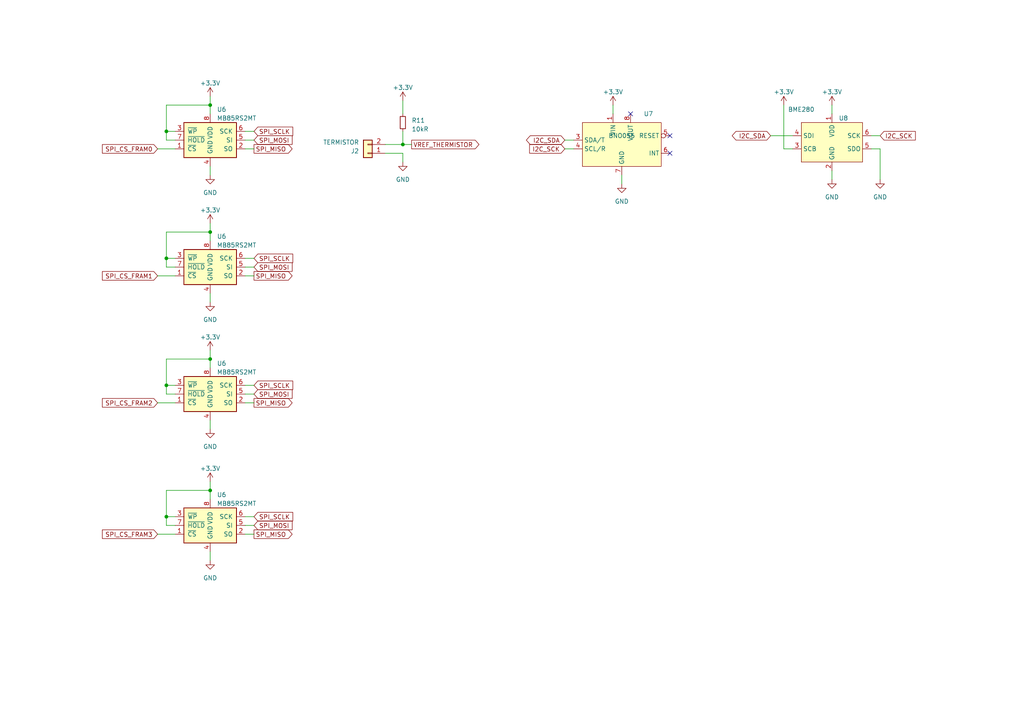
<source format=kicad_sch>
(kicad_sch (version 20231120) (generator "eeschema") (generator_version "8.0")
  (paper "A4")
  (lib_symbols
    (symbol "Akizuki_BME280_Module:BME280"
      (property "Reference" "U" (at 12.7 2.54 0))
      (symbol "BME280_1_1"
        (rectangle (start 0 0) (end 17.78 -11.43) (fill (type background)))
        (pin power_in line (at 8.89 2.54 270) (length 2.54) (name "VDD") (number "1"))
        (pin power_in line (at 8.89 -13.97 90) (length 2.54) (name "GND") (number "2"))
        (pin power_in line (at -2.54 -7.62 0) (length 2.54) (name "SCB") (number "3"))
        (pin input line (at -2.54 -3.81 0) (length 2.54) (name "SDI") (number "4"))
        (pin output line (at 20.32 -7.62 180) (length 2.54) (name "SDO") (number "5"))
        (pin input line (at 20.32 -3.81 180) (length 2.54) (name "SCK") (number "6"))
      )
    )
    (symbol "Akizuki_BNO055_Module:BNO055"
      (property "Reference" "U" (at 6.35 5.08 0))
      (symbol "BNO055_1_1"
        (rectangle (start -11.43 3.81) (end 11.43 -8.89) (fill (type background)))
        (pin power_in line (at -2.54 6.35 270) (length 2.54) (name "VIN") (number "1"))
        (pin bidirectional line (at -13.97 -1.27 0) (length 2.54) (name "SDA/T") (number "3"))
        (pin bidirectional line (at -13.97 -3.81 0) (length 2.54) (name "SCL/R") (number "4"))
        (pin input inverted (at 13.97 0 180) (length 2.54) (name "RESET") (number "5"))
        (pin output line (at 13.97 -5.08 180) (length 2.54) (name "INT") (number "6"))
        (pin power_in line (at 0 -11.43 90) (length 2.54) (name "GND") (number "7"))
        (pin power_out line (at 2.54 6.35 270) (length 2.54) (name "VOUT") (number "8"))
      )
    )
    (symbol "Connector_Generic:Conn_01x02" (pin_names (offset 1.016) hide)
      (property "Reference" "J" (at 0 2.54 0))
      (property "Value" "Conn_01x02" (at 0 -5.08 0))
      (symbol "Conn_01x02_1_1"
        (rectangle (start -1.27 -2.413) (end 0 -2.667) (stroke (width 0.1524)))
        (rectangle (start -1.27 0.127) (end 0 -0.127) (stroke (width 0.1524)))
        (rectangle (start -1.27 1.27) (end 1.27 -3.81) (stroke (width 0.254)) (fill (type background)))
        (pin passive line (at -5.08 0 0) (length 3.81) (name "Pin_1") (number "1"))
        (pin passive line (at -5.08 -2.54 0) (length 3.81) (name "Pin_2") (number "2"))
      )
    )
    (symbol "Device:R_Small" (pin_numbers hide) (pin_names (offset 0.254) hide)
      (property "Reference" "R" (at 0.762 0.508 0))
      (property "Value" "R_Small" (at 0.762 -1.016 0))
      (symbol "R_Small_0_1"
        (rectangle (start -0.762 1.778) (end 0.762 -1.778) (stroke (width 0.2032)))
      )
      (symbol "R_Small_1_1"
        (pin passive line (at 0 2.54 270) (length 0.762) (name "~") (number "1"))
        (pin passive line (at 0 -2.54 90) (length 0.762) (name "~") (number "2"))
      )
    )
    (symbol "Memory_NVRAM:MB85RS2MT" (pin_names (offset 1.016))
      (property "Reference" "U" (at -7.62 6.35 0))
      (property "Value" "MB85RS2MT" (at 1.27 6.35 0))
      (symbol "MB85RS2MT_0_1"
        (rectangle (start -7.62 5.08) (end 7.62 -5.08) (stroke (width 0.254)) (fill (type background)))
      )
      (symbol "MB85RS2MT_1_1"
        (pin input line (at -10.16 -2.54 0) (length 2.54) (name "~{CS}") (number "1"))
        (pin output line (at 10.16 -2.54 180) (length 2.54) (name "SO") (number "2"))
        (pin input line (at -10.16 2.54 0) (length 2.54) (name "~{WP}") (number "3"))
        (pin power_in line (at 0 -7.62 90) (length 2.54) (name "GND") (number "4"))
        (pin input line (at 10.16 0 180) (length 2.54) (name "SI") (number "5"))
        (pin input line (at 10.16 2.54 180) (length 2.54) (name "SCK") (number "6"))
        (pin input line (at -10.16 0 0) (length 2.54) (name "~{HOLD}") (number "7"))
        (pin power_in line (at 0 7.62 270) (length 2.54) (name "VDD") (number "8"))
      )
    )
    (symbol "power:+3.3V" (power) (pin_names (offset 0))
      (property "Value" "+3.3V" (at 0 3.556 0))
      (symbol "+3.3V_0_1"
        (polyline (pts (xy -0.762 1.27) (xy 0 2.54)))
        (polyline (pts (xy 0 0) (xy 0 2.54)))
        (polyline (pts (xy 0 2.54) (xy 0.762 1.27)))
      )
      (symbol "+3.3V_1_1"
        (pin power_in line (at 0 0 90) (length 0) hide (name "+3.3V") (number "1"))
      )
    )
    (symbol "power:GND" (power) (pin_names (offset 0))
      (property "Value" "GND" (at 0 -3.81 0))
      (symbol "GND_0_1"
        (polyline (pts (xy 0 0) (xy 0 -1.27) (xy 1.27 -1.27) (xy 0 -2.54) (xy -1.27 -1.27) (xy 0 -1.27)))
      )
      (symbol "GND_1_1"
        (pin power_in line (at 0 0 270) (length 0) hide (name "GND") (number "1"))
      )
    )
  )
  (junction (at 116.84 41.91))
  (junction (at 60.96 142.24))
  (junction (at 60.96 67.31))
  (junction (at 48.26 111.76))
  (junction (at 48.26 149.86))
  (junction (at 60.96 30.48))
  (junction (at 48.26 38.1))
  (junction (at 60.96 104.14))
  (junction (at 48.26 74.93))
  (no_connect (at 194.31 39.37))
  (no_connect (at 194.31 44.45))
  (no_connect (at 182.88 33.02))
  (wire (pts (xy 48.26 38.1) (xy 48.26 40.64)))
  (wire (pts (xy 50.8 111.76) (xy 48.26 111.76)))
  (wire (pts (xy 60.96 160.02) (xy 60.96 162.56)))
  (wire (pts (xy 71.12 116.84) (xy 73.66 116.84)))
  (wire (pts (xy 71.12 38.1) (xy 73.66 38.1)))
  (wire (pts (xy 50.8 40.64) (xy 48.26 40.64)))
  (wire (pts (xy 48.26 38.1) (xy 48.26 30.48)))
  (wire (pts (xy 71.12 154.94) (xy 73.66 154.94)))
  (wire (pts (xy 71.12 80.01) (xy 73.66 80.01)))
  (wire (pts (xy 48.26 142.24) (xy 60.96 142.24)))
  (wire (pts (xy 50.8 114.3) (xy 48.26 114.3)))
  (wire (pts (xy 60.96 67.31) (xy 60.96 69.85)))
  (wire (pts (xy 50.8 74.93) (xy 48.26 74.93)))
  (wire (pts (xy 45.72 80.01) (xy 50.8 80.01)))
  (wire (pts (xy 48.26 67.31) (xy 60.96 67.31)))
  (wire (pts (xy 60.96 139.7) (xy 60.96 142.24)))
  (wire (pts (xy 116.84 38.1) (xy 116.84 41.91)))
  (wire (pts (xy 50.8 38.1) (xy 48.26 38.1)))
  (wire (pts (xy 116.84 29.21) (xy 116.84 33.02)))
  (wire (pts (xy 60.96 142.24) (xy 60.96 144.78)))
  (wire (pts (xy 116.84 46.99) (xy 116.84 44.45)))
  (wire (pts (xy 255.27 39.37) (xy 252.73 39.37)))
  (wire (pts (xy 71.12 74.93) (xy 73.66 74.93)))
  (wire (pts (xy 60.96 121.92) (xy 60.96 124.46)))
  (wire (pts (xy 177.8 30.48) (xy 177.8 33.02)))
  (wire (pts (xy 48.26 74.93) (xy 48.26 67.31)))
  (wire (pts (xy 60.96 64.77) (xy 60.96 67.31)))
  (wire (pts (xy 227.33 43.18) (xy 229.87 43.18)))
  (wire (pts (xy 48.26 74.93) (xy 48.26 77.47)))
  (wire (pts (xy 48.26 104.14) (xy 60.96 104.14)))
  (wire (pts (xy 60.96 85.09) (xy 60.96 87.63)))
  (wire (pts (xy 163.83 40.64) (xy 166.37 40.64)))
  (wire (pts (xy 60.96 30.48) (xy 60.96 33.02)))
  (wire (pts (xy 241.3 52.07) (xy 241.3 49.53)))
  (wire (pts (xy 71.12 40.64) (xy 73.66 40.64)))
  (wire (pts (xy 71.12 114.3) (xy 73.66 114.3)))
  (wire (pts (xy 116.84 41.91) (xy 119.38 41.91)))
  (wire (pts (xy 71.12 149.86) (xy 73.66 149.86)))
  (wire (pts (xy 50.8 149.86) (xy 48.26 149.86)))
  (wire (pts (xy 223.52 39.37) (xy 229.87 39.37)))
  (wire (pts (xy 48.26 149.86) (xy 48.26 142.24)))
  (wire (pts (xy 60.96 104.14) (xy 60.96 106.68)))
  (wire (pts (xy 45.72 116.84) (xy 50.8 116.84)))
  (wire (pts (xy 48.26 30.48) (xy 60.96 30.48)))
  (wire (pts (xy 60.96 101.6) (xy 60.96 104.14)))
  (wire (pts (xy 60.96 48.26) (xy 60.96 50.8)))
  (wire (pts (xy 111.76 41.91) (xy 116.84 41.91)))
  (wire (pts (xy 45.72 43.18) (xy 50.8 43.18)))
  (wire (pts (xy 227.33 30.48) (xy 227.33 43.18)))
  (wire (pts (xy 255.27 43.18) (xy 252.73 43.18)))
  (wire (pts (xy 71.12 43.18) (xy 73.66 43.18)))
  (wire (pts (xy 71.12 152.4) (xy 73.66 152.4)))
  (wire (pts (xy 71.12 111.76) (xy 73.66 111.76)))
  (wire (pts (xy 241.3 30.48) (xy 241.3 33.02)))
  (wire (pts (xy 111.76 44.45) (xy 116.84 44.45)))
  (wire (pts (xy 45.72 154.94) (xy 50.8 154.94)))
  (wire (pts (xy 50.8 77.47) (xy 48.26 77.47)))
  (wire (pts (xy 48.26 111.76) (xy 48.26 114.3)))
  (wire (pts (xy 50.8 152.4) (xy 48.26 152.4)))
  (wire (pts (xy 180.34 50.8) (xy 180.34 53.34)))
  (wire (pts (xy 163.83 43.18) (xy 166.37 43.18)))
  (wire (pts (xy 48.26 149.86) (xy 48.26 152.4)))
  (wire (pts (xy 48.26 111.76) (xy 48.26 104.14)))
  (wire (pts (xy 60.96 27.94) (xy 60.96 30.48)))
  (wire (pts (xy 71.12 77.47) (xy 73.66 77.47)))
  (wire (pts (xy 255.27 52.07) (xy 255.27 43.18)))
  (global_label "SPI_MISO" (shape output) (at 73.66 116.84 0) (property "Intersheetrefs" "${INTERSHEET_REFS}" (effects (hide yes))))
  (global_label "SPI_SCLK" (shape input) (at 73.66 38.1 0) (property "Intersheetrefs" "${INTERSHEET_REFS}" (effects (hide yes))))
  (global_label "SPI_CS_FRAM0" (shape input) (at 45.72 43.18 180) (property "Intersheetrefs" "${INTERSHEET_REFS}" (effects (hide yes))))
  (global_label "SPI_CS_FRAM2" (shape input) (at 45.72 116.84 180) (property "Intersheetrefs" "${INTERSHEET_REFS}" (effects (hide yes))))
  (global_label "SPI_MOSI" (shape input) (at 73.66 114.3 0) (property "Intersheetrefs" "${INTERSHEET_REFS}" (effects (hide yes))))
  (global_label "SPI_MISO" (shape output) (at 73.66 43.18 0) (property "Intersheetrefs" "${INTERSHEET_REFS}" (effects (hide yes))))
  (global_label "I2C_SDA" (shape bidirectional) (at 163.83 40.64 180) (property "Intersheetrefs" "${INTERSHEET_REFS}" (effects (hide yes))))
  (global_label "SPI_CS_FRAM3" (shape input) (at 45.72 154.94 180) (property "Intersheetrefs" "${INTERSHEET_REFS}" (effects (hide yes))))
  (global_label "SPI_SCLK" (shape input) (at 73.66 74.93 0) (property "Intersheetrefs" "${INTERSHEET_REFS}" (effects (hide yes))))
  (global_label "SPI_MOSI" (shape input) (at 73.66 77.47 0) (property "Intersheetrefs" "${INTERSHEET_REFS}" (effects (hide yes))))
  (global_label "SPI_SCLK" (shape input) (at 73.66 111.76 0) (property "Intersheetrefs" "${INTERSHEET_REFS}" (effects (hide yes))))
  (global_label "SPI_MOSI" (shape input) (at 73.66 40.64 0) (property "Intersheetrefs" "${INTERSHEET_REFS}" (effects (hide yes))))
  (global_label "I2C_SCK" (shape input) (at 163.83 43.18 180) (property "Intersheetrefs" "${INTERSHEET_REFS}" (effects (hide yes))))
  (global_label "VREF_THERMISTOR" (shape output) (at 119.38 41.91 0) (property "Intersheetrefs" "${INTERSHEET_REFS}" (effects (hide yes))))
  (global_label "I2C_SDA" (shape bidirectional) (at 223.52 39.37 180) (property "Intersheetrefs" "${INTERSHEET_REFS}" (effects (hide yes))))
  (global_label "SPI_SCLK" (shape input) (at 73.66 149.86 0) (property "Intersheetrefs" "${INTERSHEET_REFS}" (effects (hide yes))))
  (global_label "SPI_MOSI" (shape input) (at 73.66 152.4 0) (property "Intersheetrefs" "${INTERSHEET_REFS}" (effects (hide yes))))
  (global_label "SPI_MISO" (shape output) (at 73.66 154.94 0) (property "Intersheetrefs" "${INTERSHEET_REFS}" (effects (hide yes))))
  (global_label "SPI_MISO" (shape output) (at 73.66 80.01 0) (property "Intersheetrefs" "${INTERSHEET_REFS}" (effects (hide yes))))
  (global_label "SPI_CS_FRAM1" (shape input) (at 45.72 80.01 180) (property "Intersheetrefs" "${INTERSHEET_REFS}" (effects (hide yes))))
  (global_label "I2C_SCK" (shape input) (at 255.27 39.37 0) (property "Intersheetrefs" "${INTERSHEET_REFS}" (effects (hide yes))))
  (symbol (lib_id "Memory_NVRAM:MB85RS2MT") (at 60.96 152.4 0) (unit 1)
    (property "Reference" "U6" (at 62.9159 143.51 0) (effects (justify left)))
    (property "Value" "MB85RS2MT" (at 62.9159 146.05 0) (effects (justify left)))
    (property "Footprint" "Package_DIP:DIP-8_W7.62mm" (effects (hide yes)))
    (property "Datasheet" "http://www.fujitsu.com/downloads/MICRO/fsa/pdf/products/memory/fram/MB85RS16-DS501-00014-6v0-E.pdf" (effects (hide yes)))
    (instances (project "FlightModule" (path "" (reference "U6") (unit 1)) (path "" (reference "U6") (unit 1))) (project "SensingModule" (path "" (reference "U10") (unit 1))) (project "FlightModule" (path "" (reference "U5") (unit 1))))
  )
  (symbol (lib_id "power:+3.3V") (at 60.96 64.77 0) (unit 1)
    (property "Reference" "#PWR029" (effects (hide yes)))
    (property "Value" "+3.3V" (at 60.96 60.96 0))
    (instances (project "FlightModule" (path "" (reference "#PWR029") (unit 1)) (path "" (reference "#PWR037") (unit 1))) (project "SensingModule" (path "" (reference "#PWR028") (unit 1))) (project "FlightModule" (path "" (reference "#PWR040") (unit 1))))
  )
  (symbol (lib_id "power:+3.3V") (at 60.96 101.6 0) (unit 1)
    (property "Reference" "#PWR029" (effects (hide yes)))
    (property "Value" "+3.3V" (at 60.96 97.79 0))
    (instances (project "FlightModule" (path "" (reference "#PWR029") (unit 1)) (path "" (reference "#PWR037") (unit 1))) (project "SensingModule" (path "" (reference "#PWR039") (unit 1))) (project "FlightModule" (path "" (reference "#PWR040") (unit 1))))
  )
  (symbol (lib_id "power:GND") (at 255.27 52.07 0) (unit 1)
    (property "Reference" "#PWR037" (effects (hide yes)))
    (property "Value" "GND" (at 255.27 57.15 0))
  )
  (symbol (lib_id "Akizuki_BNO055_Module:BNO055") (at 180.34 39.37 0) (unit 1)
    (property "Reference" "U7" (at 186.69 33.02 0) (effects (justify left)))
    (property "Value" "BNO055" (at 180.34 39.37 0))
    (property "Footprint" "Akizuki_BNO055_Module:BNO055" (effects (hide yes)))
    (property "Datasheet" "https://akizukidenshi.com/catalog/g/gK-16996/" (effects (hide yes)))
  )
  (symbol (lib_id "power:GND") (at 60.96 162.56 0) (unit 1)
    (property "Reference" "#PWR030" (effects (hide yes)))
    (property "Value" "GND" (at 60.96 167.64 0))
    (instances (project "FlightModule" (path "" (reference "#PWR030") (unit 1)) (path "" (reference "#PWR038") (unit 1))) (project "SensingModule" (path "" (reference "#PWR042") (unit 1))) (project "FlightModule" (path "" (reference "#PWR041") (unit 1))))
  )
  (symbol (lib_id "power:GND") (at 180.34 53.34 0) (unit 1)
    (property "Reference" "#PWR033" (effects (hide yes)))
    (property "Value" "GND" (at 180.34 58.42 0))
  )
  (symbol (lib_id "power:+3.3V") (at 60.96 27.94 0) (unit 1)
    (property "Reference" "#PWR029" (effects (hide yes)))
    (property "Value" "+3.3V" (at 60.96 24.13 0))
    (instances (project "FlightModule" (path "" (reference "#PWR029") (unit 1)) (path "" (reference "#PWR037") (unit 1))) (project "SensingModule" (path "" (reference "#PWR026") (unit 1))) (project "FlightModule" (path "" (reference "#PWR040") (unit 1))))
  )
  (symbol (lib_id "power:+3.3V") (at 177.8 30.48 0) (unit 1)
    (property "Reference" "#PWR032" (effects (hide yes)))
    (property "Value" "+3.3V" (at 177.8 26.67 0))
  )
  (symbol (lib_id "power:GND") (at 60.96 87.63 0) (unit 1)
    (property "Reference" "#PWR030" (effects (hide yes)))
    (property "Value" "GND" (at 60.96 92.71 0))
    (instances (project "FlightModule" (path "" (reference "#PWR030") (unit 1)) (path "" (reference "#PWR038") (unit 1))) (project "SensingModule" (path "" (reference "#PWR029") (unit 1))) (project "FlightModule" (path "" (reference "#PWR041") (unit 1))))
  )
  (symbol (lib_id "power:GND") (at 241.3 52.07 0) (unit 1)
    (property "Reference" "#PWR036" (effects (hide yes)))
    (property "Value" "GND" (at 241.3 57.15 0))
  )
  (symbol (lib_id "power:+3.3V") (at 116.84 29.21 0) (unit 1)
    (property "Reference" "#PWR030" (effects (hide yes)))
    (property "Value" "+3.3V" (at 116.84 25.4 0))
  )
  (symbol (lib_id "power:GND") (at 60.96 124.46 0) (unit 1)
    (property "Reference" "#PWR030" (effects (hide yes)))
    (property "Value" "GND" (at 60.96 129.54 0))
    (instances (project "FlightModule" (path "" (reference "#PWR030") (unit 1)) (path "" (reference "#PWR038") (unit 1))) (project "SensingModule" (path "" (reference "#PWR040") (unit 1))) (project "FlightModule" (path "" (reference "#PWR041") (unit 1))))
  )
  (symbol (lib_id "Memory_NVRAM:MB85RS2MT") (at 60.96 40.64 0) (unit 1)
    (property "Reference" "U6" (at 62.9159 31.75 0) (effects (justify left)))
    (property "Value" "MB85RS2MT" (at 62.9159 34.29 0) (effects (justify left)))
    (property "Footprint" "Package_DIP:DIP-8_W7.62mm" (effects (hide yes)))
    (property "Datasheet" "http://www.fujitsu.com/downloads/MICRO/fsa/pdf/products/memory/fram/MB85RS16-DS501-00014-6v0-E.pdf" (effects (hide yes)))
    (instances (project "FlightModule" (path "" (reference "U6") (unit 1)) (path "" (reference "U6") (unit 1))) (project "SensingModule" (path "" (reference "U5") (unit 1))) (project "FlightModule" (path "" (reference "U5") (unit 1))))
  )
  (symbol (lib_id "power:+3.3V") (at 241.3 30.48 0) (unit 1)
    (property "Reference" "#PWR035" (effects (hide yes)))
    (property "Value" "+3.3V" (at 241.3 26.67 0))
  )
  (symbol (lib_id "Akizuki_BME280_Module:BME280") (at 232.41 35.56 0) (unit 1)
    (property "Reference" "U8" (at 243.2559 34.29 0) (effects (justify left)))
    (property "Value" "BME280" (at 232.41 31.75 0))
    (property "Footprint" "Akizuki_BME280_Module:BME280" (effects (hide yes)))
    (property "Datasheet" "https://akizukidenshi.com/catalog/g/gK-09421/" (effects (hide yes)))
  )
  (symbol (lib_id "Connector_Generic:Conn_01x02") (at 106.68 44.45 180) (unit 1)
    (property "Reference" "J6" (at 104.14 43.815 0) (effects (justify left)))
    (property "Value" "TERMISTOR" (at 104.14 41.275 0) (effects (justify left)))
    (property "Footprint" "Hirose_Connector:Hirose_DF1B" (effects (hide yes)))
    (property "Datasheet" "https://www.hirose.com/ja/product/p/CL0541-0242-6-01" (effects (hide yes)))
    (instances (project "FlightModule" (path "" (reference "J2") (unit 1)) (path "" (reference "J6") (unit 1))) (project "SensingModule" (path "" (reference "J2") (unit 1))))
  )
  (symbol (lib_id "Device:R_Small") (at 116.84 35.56 0) (unit 1)
    (property "Reference" "R11" (at 119.38 34.925 0) (effects (justify left)))
    (property "Value" "10kR" (at 119.38 37.465 0) (effects (justify left)))
    (property "Footprint" "Resistor_SMD:R_0603_1608Metric_Pad0.98x0.95mm_HandSolder" (effects (hide yes)))
    (property "Datasheet" "https://www.chip1stop.com/view/dispDetail/DispDetail?partId=ROHM-0021098" (effects (hide yes)))
    (instances (project "FlightModule" (path "" (reference "R11") (unit 1))) (project "SensingModule" (path "" (reference "R10") (unit 1))))
  )
  (symbol (lib_id "power:+3.3V") (at 227.33 30.48 0) (unit 1)
    (property "Reference" "#PWR034" (effects (hide yes)))
    (property "Value" "+3.3V" (at 227.33 26.67 0))
  )
  (symbol (lib_id "Memory_NVRAM:MB85RS2MT") (at 60.96 77.47 0) (unit 1)
    (property "Reference" "U6" (at 62.9159 68.58 0) (effects (justify left)))
    (property "Value" "MB85RS2MT" (at 62.9159 71.12 0) (effects (justify left)))
    (property "Footprint" "Package_DIP:DIP-8_W7.62mm" (effects (hide yes)))
    (property "Datasheet" "http://www.fujitsu.com/downloads/MICRO/fsa/pdf/products/memory/fram/MB85RS16-DS501-00014-6v0-E.pdf" (effects (hide yes)))
    (instances (project "FlightModule" (path "" (reference "U6") (unit 1)) (path "" (reference "U6") (unit 1))) (project "SensingModule" (path "" (reference "U6") (unit 1))) (project "FlightModule" (path "" (reference "U5") (unit 1))))
  )
  (symbol (lib_id "power:GND") (at 60.96 50.8 0) (unit 1)
    (property "Reference" "#PWR030" (effects (hide yes)))
    (property "Value" "GND" (at 60.96 55.88 0))
    (instances (project "FlightModule" (path "" (reference "#PWR030") (unit 1)) (path "" (reference "#PWR038") (unit 1))) (project "SensingModule" (path "" (reference "#PWR027") (unit 1))) (project "FlightModule" (path "" (reference "#PWR041") (unit 1))))
  )
  (symbol (lib_id "power:+3.3V") (at 60.96 139.7 0) (unit 1)
    (property "Reference" "#PWR029" (effects (hide yes)))
    (property "Value" "+3.3V" (at 60.96 135.89 0))
    (instances (project "FlightModule" (path "" (reference "#PWR029") (unit 1)) (path "" (reference "#PWR037") (unit 1))) (project "SensingModule" (path "" (reference "#PWR041") (unit 1))) (project "FlightModule" (path "" (reference "#PWR040") (unit 1))))
  )
  (symbol (lib_id "Memory_NVRAM:MB85RS2MT") (at 60.96 114.3 0) (unit 1)
    (property "Reference" "U6" (at 62.9159 105.41 0) (effects (justify left)))
    (property "Value" "MB85RS2MT" (at 62.9159 107.95 0) (effects (justify left)))
    (property "Footprint" "Package_DIP:DIP-8_W7.62mm" (effects (hide yes)))
    (property "Datasheet" "http://www.fujitsu.com/downloads/MICRO/fsa/pdf/products/memory/fram/MB85RS16-DS501-00014-6v0-E.pdf" (effects (hide yes)))
    (instances (project "FlightModule" (path "" (reference "U6") (unit 1)) (path "" (reference "U6") (unit 1))) (project "SensingModule" (path "" (reference "U9") (unit 1))) (project "FlightModule" (path "" (reference "U5") (unit 1))))
  )
  (symbol (lib_id "power:GND") (at 116.84 46.99 0) (unit 1)
    (property "Reference" "#PWR031" (effects (hide yes)))
    (property "Value" "GND" (at 116.84 52.07 0))
  )
)
</source>
